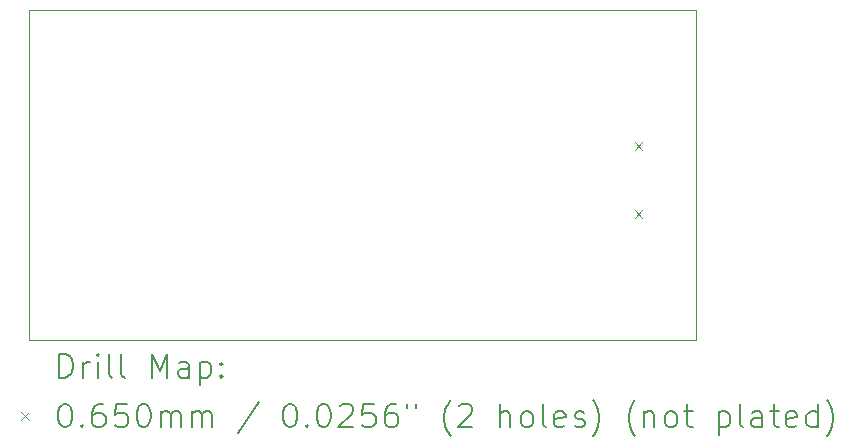
<source format=gbr>
%TF.GenerationSoftware,KiCad,Pcbnew,9.0.2*%
%TF.CreationDate,2025-11-10T16:04:40+08:00*%
%TF.ProjectId,TrlBoard,54726c42-6f61-4726-942e-6b696361645f,rev?*%
%TF.SameCoordinates,Original*%
%TF.FileFunction,Drillmap*%
%TF.FilePolarity,Positive*%
%FSLAX45Y45*%
G04 Gerber Fmt 4.5, Leading zero omitted, Abs format (unit mm)*
G04 Created by KiCad (PCBNEW 9.0.2) date 2025-11-10 16:04:40*
%MOMM*%
%LPD*%
G01*
G04 APERTURE LIST*
%ADD10C,0.050000*%
%ADD11C,0.200000*%
%ADD12C,0.100000*%
G04 APERTURE END LIST*
D10*
X19075000Y-8556000D02*
X19075000Y-8756000D01*
X13425000Y-8756000D02*
X13425000Y-5962000D01*
X18825000Y-5962000D02*
X13425000Y-5962000D01*
X19075000Y-8756000D02*
X13425000Y-8756000D01*
X19075000Y-5962000D02*
X19075000Y-8556000D01*
X18825000Y-5962000D02*
X19075000Y-5962000D01*
D11*
D12*
X18552500Y-7077600D02*
X18617500Y-7142600D01*
X18617500Y-7077600D02*
X18552500Y-7142600D01*
X18552500Y-7655600D02*
X18617500Y-7720600D01*
X18617500Y-7655600D02*
X18552500Y-7720600D01*
D11*
X13683277Y-9069984D02*
X13683277Y-8869984D01*
X13683277Y-8869984D02*
X13730896Y-8869984D01*
X13730896Y-8869984D02*
X13759467Y-8879508D01*
X13759467Y-8879508D02*
X13778515Y-8898555D01*
X13778515Y-8898555D02*
X13788039Y-8917603D01*
X13788039Y-8917603D02*
X13797562Y-8955698D01*
X13797562Y-8955698D02*
X13797562Y-8984270D01*
X13797562Y-8984270D02*
X13788039Y-9022365D01*
X13788039Y-9022365D02*
X13778515Y-9041412D01*
X13778515Y-9041412D02*
X13759467Y-9060460D01*
X13759467Y-9060460D02*
X13730896Y-9069984D01*
X13730896Y-9069984D02*
X13683277Y-9069984D01*
X13883277Y-9069984D02*
X13883277Y-8936650D01*
X13883277Y-8974746D02*
X13892801Y-8955698D01*
X13892801Y-8955698D02*
X13902324Y-8946174D01*
X13902324Y-8946174D02*
X13921372Y-8936650D01*
X13921372Y-8936650D02*
X13940420Y-8936650D01*
X14007086Y-9069984D02*
X14007086Y-8936650D01*
X14007086Y-8869984D02*
X13997562Y-8879508D01*
X13997562Y-8879508D02*
X14007086Y-8889031D01*
X14007086Y-8889031D02*
X14016610Y-8879508D01*
X14016610Y-8879508D02*
X14007086Y-8869984D01*
X14007086Y-8869984D02*
X14007086Y-8889031D01*
X14130896Y-9069984D02*
X14111848Y-9060460D01*
X14111848Y-9060460D02*
X14102324Y-9041412D01*
X14102324Y-9041412D02*
X14102324Y-8869984D01*
X14235658Y-9069984D02*
X14216610Y-9060460D01*
X14216610Y-9060460D02*
X14207086Y-9041412D01*
X14207086Y-9041412D02*
X14207086Y-8869984D01*
X14464229Y-9069984D02*
X14464229Y-8869984D01*
X14464229Y-8869984D02*
X14530896Y-9012841D01*
X14530896Y-9012841D02*
X14597562Y-8869984D01*
X14597562Y-8869984D02*
X14597562Y-9069984D01*
X14778515Y-9069984D02*
X14778515Y-8965222D01*
X14778515Y-8965222D02*
X14768991Y-8946174D01*
X14768991Y-8946174D02*
X14749943Y-8936650D01*
X14749943Y-8936650D02*
X14711848Y-8936650D01*
X14711848Y-8936650D02*
X14692801Y-8946174D01*
X14778515Y-9060460D02*
X14759467Y-9069984D01*
X14759467Y-9069984D02*
X14711848Y-9069984D01*
X14711848Y-9069984D02*
X14692801Y-9060460D01*
X14692801Y-9060460D02*
X14683277Y-9041412D01*
X14683277Y-9041412D02*
X14683277Y-9022365D01*
X14683277Y-9022365D02*
X14692801Y-9003317D01*
X14692801Y-9003317D02*
X14711848Y-8993793D01*
X14711848Y-8993793D02*
X14759467Y-8993793D01*
X14759467Y-8993793D02*
X14778515Y-8984270D01*
X14873753Y-8936650D02*
X14873753Y-9136650D01*
X14873753Y-8946174D02*
X14892801Y-8936650D01*
X14892801Y-8936650D02*
X14930896Y-8936650D01*
X14930896Y-8936650D02*
X14949943Y-8946174D01*
X14949943Y-8946174D02*
X14959467Y-8955698D01*
X14959467Y-8955698D02*
X14968991Y-8974746D01*
X14968991Y-8974746D02*
X14968991Y-9031889D01*
X14968991Y-9031889D02*
X14959467Y-9050936D01*
X14959467Y-9050936D02*
X14949943Y-9060460D01*
X14949943Y-9060460D02*
X14930896Y-9069984D01*
X14930896Y-9069984D02*
X14892801Y-9069984D01*
X14892801Y-9069984D02*
X14873753Y-9060460D01*
X15054705Y-9050936D02*
X15064229Y-9060460D01*
X15064229Y-9060460D02*
X15054705Y-9069984D01*
X15054705Y-9069984D02*
X15045182Y-9060460D01*
X15045182Y-9060460D02*
X15054705Y-9050936D01*
X15054705Y-9050936D02*
X15054705Y-9069984D01*
X15054705Y-8946174D02*
X15064229Y-8955698D01*
X15064229Y-8955698D02*
X15054705Y-8965222D01*
X15054705Y-8965222D02*
X15045182Y-8955698D01*
X15045182Y-8955698D02*
X15054705Y-8946174D01*
X15054705Y-8946174D02*
X15054705Y-8965222D01*
D12*
X13357500Y-9366000D02*
X13422500Y-9431000D01*
X13422500Y-9366000D02*
X13357500Y-9431000D01*
D11*
X13721372Y-9289984D02*
X13740420Y-9289984D01*
X13740420Y-9289984D02*
X13759467Y-9299508D01*
X13759467Y-9299508D02*
X13768991Y-9309031D01*
X13768991Y-9309031D02*
X13778515Y-9328079D01*
X13778515Y-9328079D02*
X13788039Y-9366174D01*
X13788039Y-9366174D02*
X13788039Y-9413793D01*
X13788039Y-9413793D02*
X13778515Y-9451889D01*
X13778515Y-9451889D02*
X13768991Y-9470936D01*
X13768991Y-9470936D02*
X13759467Y-9480460D01*
X13759467Y-9480460D02*
X13740420Y-9489984D01*
X13740420Y-9489984D02*
X13721372Y-9489984D01*
X13721372Y-9489984D02*
X13702324Y-9480460D01*
X13702324Y-9480460D02*
X13692801Y-9470936D01*
X13692801Y-9470936D02*
X13683277Y-9451889D01*
X13683277Y-9451889D02*
X13673753Y-9413793D01*
X13673753Y-9413793D02*
X13673753Y-9366174D01*
X13673753Y-9366174D02*
X13683277Y-9328079D01*
X13683277Y-9328079D02*
X13692801Y-9309031D01*
X13692801Y-9309031D02*
X13702324Y-9299508D01*
X13702324Y-9299508D02*
X13721372Y-9289984D01*
X13873753Y-9470936D02*
X13883277Y-9480460D01*
X13883277Y-9480460D02*
X13873753Y-9489984D01*
X13873753Y-9489984D02*
X13864229Y-9480460D01*
X13864229Y-9480460D02*
X13873753Y-9470936D01*
X13873753Y-9470936D02*
X13873753Y-9489984D01*
X14054705Y-9289984D02*
X14016610Y-9289984D01*
X14016610Y-9289984D02*
X13997562Y-9299508D01*
X13997562Y-9299508D02*
X13988039Y-9309031D01*
X13988039Y-9309031D02*
X13968991Y-9337603D01*
X13968991Y-9337603D02*
X13959467Y-9375698D01*
X13959467Y-9375698D02*
X13959467Y-9451889D01*
X13959467Y-9451889D02*
X13968991Y-9470936D01*
X13968991Y-9470936D02*
X13978515Y-9480460D01*
X13978515Y-9480460D02*
X13997562Y-9489984D01*
X13997562Y-9489984D02*
X14035658Y-9489984D01*
X14035658Y-9489984D02*
X14054705Y-9480460D01*
X14054705Y-9480460D02*
X14064229Y-9470936D01*
X14064229Y-9470936D02*
X14073753Y-9451889D01*
X14073753Y-9451889D02*
X14073753Y-9404270D01*
X14073753Y-9404270D02*
X14064229Y-9385222D01*
X14064229Y-9385222D02*
X14054705Y-9375698D01*
X14054705Y-9375698D02*
X14035658Y-9366174D01*
X14035658Y-9366174D02*
X13997562Y-9366174D01*
X13997562Y-9366174D02*
X13978515Y-9375698D01*
X13978515Y-9375698D02*
X13968991Y-9385222D01*
X13968991Y-9385222D02*
X13959467Y-9404270D01*
X14254705Y-9289984D02*
X14159467Y-9289984D01*
X14159467Y-9289984D02*
X14149943Y-9385222D01*
X14149943Y-9385222D02*
X14159467Y-9375698D01*
X14159467Y-9375698D02*
X14178515Y-9366174D01*
X14178515Y-9366174D02*
X14226134Y-9366174D01*
X14226134Y-9366174D02*
X14245182Y-9375698D01*
X14245182Y-9375698D02*
X14254705Y-9385222D01*
X14254705Y-9385222D02*
X14264229Y-9404270D01*
X14264229Y-9404270D02*
X14264229Y-9451889D01*
X14264229Y-9451889D02*
X14254705Y-9470936D01*
X14254705Y-9470936D02*
X14245182Y-9480460D01*
X14245182Y-9480460D02*
X14226134Y-9489984D01*
X14226134Y-9489984D02*
X14178515Y-9489984D01*
X14178515Y-9489984D02*
X14159467Y-9480460D01*
X14159467Y-9480460D02*
X14149943Y-9470936D01*
X14388039Y-9289984D02*
X14407086Y-9289984D01*
X14407086Y-9289984D02*
X14426134Y-9299508D01*
X14426134Y-9299508D02*
X14435658Y-9309031D01*
X14435658Y-9309031D02*
X14445182Y-9328079D01*
X14445182Y-9328079D02*
X14454705Y-9366174D01*
X14454705Y-9366174D02*
X14454705Y-9413793D01*
X14454705Y-9413793D02*
X14445182Y-9451889D01*
X14445182Y-9451889D02*
X14435658Y-9470936D01*
X14435658Y-9470936D02*
X14426134Y-9480460D01*
X14426134Y-9480460D02*
X14407086Y-9489984D01*
X14407086Y-9489984D02*
X14388039Y-9489984D01*
X14388039Y-9489984D02*
X14368991Y-9480460D01*
X14368991Y-9480460D02*
X14359467Y-9470936D01*
X14359467Y-9470936D02*
X14349943Y-9451889D01*
X14349943Y-9451889D02*
X14340420Y-9413793D01*
X14340420Y-9413793D02*
X14340420Y-9366174D01*
X14340420Y-9366174D02*
X14349943Y-9328079D01*
X14349943Y-9328079D02*
X14359467Y-9309031D01*
X14359467Y-9309031D02*
X14368991Y-9299508D01*
X14368991Y-9299508D02*
X14388039Y-9289984D01*
X14540420Y-9489984D02*
X14540420Y-9356650D01*
X14540420Y-9375698D02*
X14549943Y-9366174D01*
X14549943Y-9366174D02*
X14568991Y-9356650D01*
X14568991Y-9356650D02*
X14597563Y-9356650D01*
X14597563Y-9356650D02*
X14616610Y-9366174D01*
X14616610Y-9366174D02*
X14626134Y-9385222D01*
X14626134Y-9385222D02*
X14626134Y-9489984D01*
X14626134Y-9385222D02*
X14635658Y-9366174D01*
X14635658Y-9366174D02*
X14654705Y-9356650D01*
X14654705Y-9356650D02*
X14683277Y-9356650D01*
X14683277Y-9356650D02*
X14702324Y-9366174D01*
X14702324Y-9366174D02*
X14711848Y-9385222D01*
X14711848Y-9385222D02*
X14711848Y-9489984D01*
X14807086Y-9489984D02*
X14807086Y-9356650D01*
X14807086Y-9375698D02*
X14816610Y-9366174D01*
X14816610Y-9366174D02*
X14835658Y-9356650D01*
X14835658Y-9356650D02*
X14864229Y-9356650D01*
X14864229Y-9356650D02*
X14883277Y-9366174D01*
X14883277Y-9366174D02*
X14892801Y-9385222D01*
X14892801Y-9385222D02*
X14892801Y-9489984D01*
X14892801Y-9385222D02*
X14902324Y-9366174D01*
X14902324Y-9366174D02*
X14921372Y-9356650D01*
X14921372Y-9356650D02*
X14949943Y-9356650D01*
X14949943Y-9356650D02*
X14968991Y-9366174D01*
X14968991Y-9366174D02*
X14978515Y-9385222D01*
X14978515Y-9385222D02*
X14978515Y-9489984D01*
X15368991Y-9280460D02*
X15197563Y-9537603D01*
X15626134Y-9289984D02*
X15645182Y-9289984D01*
X15645182Y-9289984D02*
X15664229Y-9299508D01*
X15664229Y-9299508D02*
X15673753Y-9309031D01*
X15673753Y-9309031D02*
X15683277Y-9328079D01*
X15683277Y-9328079D02*
X15692801Y-9366174D01*
X15692801Y-9366174D02*
X15692801Y-9413793D01*
X15692801Y-9413793D02*
X15683277Y-9451889D01*
X15683277Y-9451889D02*
X15673753Y-9470936D01*
X15673753Y-9470936D02*
X15664229Y-9480460D01*
X15664229Y-9480460D02*
X15645182Y-9489984D01*
X15645182Y-9489984D02*
X15626134Y-9489984D01*
X15626134Y-9489984D02*
X15607086Y-9480460D01*
X15607086Y-9480460D02*
X15597563Y-9470936D01*
X15597563Y-9470936D02*
X15588039Y-9451889D01*
X15588039Y-9451889D02*
X15578515Y-9413793D01*
X15578515Y-9413793D02*
X15578515Y-9366174D01*
X15578515Y-9366174D02*
X15588039Y-9328079D01*
X15588039Y-9328079D02*
X15597563Y-9309031D01*
X15597563Y-9309031D02*
X15607086Y-9299508D01*
X15607086Y-9299508D02*
X15626134Y-9289984D01*
X15778515Y-9470936D02*
X15788039Y-9480460D01*
X15788039Y-9480460D02*
X15778515Y-9489984D01*
X15778515Y-9489984D02*
X15768991Y-9480460D01*
X15768991Y-9480460D02*
X15778515Y-9470936D01*
X15778515Y-9470936D02*
X15778515Y-9489984D01*
X15911848Y-9289984D02*
X15930896Y-9289984D01*
X15930896Y-9289984D02*
X15949944Y-9299508D01*
X15949944Y-9299508D02*
X15959467Y-9309031D01*
X15959467Y-9309031D02*
X15968991Y-9328079D01*
X15968991Y-9328079D02*
X15978515Y-9366174D01*
X15978515Y-9366174D02*
X15978515Y-9413793D01*
X15978515Y-9413793D02*
X15968991Y-9451889D01*
X15968991Y-9451889D02*
X15959467Y-9470936D01*
X15959467Y-9470936D02*
X15949944Y-9480460D01*
X15949944Y-9480460D02*
X15930896Y-9489984D01*
X15930896Y-9489984D02*
X15911848Y-9489984D01*
X15911848Y-9489984D02*
X15892801Y-9480460D01*
X15892801Y-9480460D02*
X15883277Y-9470936D01*
X15883277Y-9470936D02*
X15873753Y-9451889D01*
X15873753Y-9451889D02*
X15864229Y-9413793D01*
X15864229Y-9413793D02*
X15864229Y-9366174D01*
X15864229Y-9366174D02*
X15873753Y-9328079D01*
X15873753Y-9328079D02*
X15883277Y-9309031D01*
X15883277Y-9309031D02*
X15892801Y-9299508D01*
X15892801Y-9299508D02*
X15911848Y-9289984D01*
X16054706Y-9309031D02*
X16064229Y-9299508D01*
X16064229Y-9299508D02*
X16083277Y-9289984D01*
X16083277Y-9289984D02*
X16130896Y-9289984D01*
X16130896Y-9289984D02*
X16149944Y-9299508D01*
X16149944Y-9299508D02*
X16159467Y-9309031D01*
X16159467Y-9309031D02*
X16168991Y-9328079D01*
X16168991Y-9328079D02*
X16168991Y-9347127D01*
X16168991Y-9347127D02*
X16159467Y-9375698D01*
X16159467Y-9375698D02*
X16045182Y-9489984D01*
X16045182Y-9489984D02*
X16168991Y-9489984D01*
X16349944Y-9289984D02*
X16254706Y-9289984D01*
X16254706Y-9289984D02*
X16245182Y-9385222D01*
X16245182Y-9385222D02*
X16254706Y-9375698D01*
X16254706Y-9375698D02*
X16273753Y-9366174D01*
X16273753Y-9366174D02*
X16321372Y-9366174D01*
X16321372Y-9366174D02*
X16340420Y-9375698D01*
X16340420Y-9375698D02*
X16349944Y-9385222D01*
X16349944Y-9385222D02*
X16359467Y-9404270D01*
X16359467Y-9404270D02*
X16359467Y-9451889D01*
X16359467Y-9451889D02*
X16349944Y-9470936D01*
X16349944Y-9470936D02*
X16340420Y-9480460D01*
X16340420Y-9480460D02*
X16321372Y-9489984D01*
X16321372Y-9489984D02*
X16273753Y-9489984D01*
X16273753Y-9489984D02*
X16254706Y-9480460D01*
X16254706Y-9480460D02*
X16245182Y-9470936D01*
X16530896Y-9289984D02*
X16492801Y-9289984D01*
X16492801Y-9289984D02*
X16473753Y-9299508D01*
X16473753Y-9299508D02*
X16464229Y-9309031D01*
X16464229Y-9309031D02*
X16445182Y-9337603D01*
X16445182Y-9337603D02*
X16435658Y-9375698D01*
X16435658Y-9375698D02*
X16435658Y-9451889D01*
X16435658Y-9451889D02*
X16445182Y-9470936D01*
X16445182Y-9470936D02*
X16454706Y-9480460D01*
X16454706Y-9480460D02*
X16473753Y-9489984D01*
X16473753Y-9489984D02*
X16511848Y-9489984D01*
X16511848Y-9489984D02*
X16530896Y-9480460D01*
X16530896Y-9480460D02*
X16540420Y-9470936D01*
X16540420Y-9470936D02*
X16549944Y-9451889D01*
X16549944Y-9451889D02*
X16549944Y-9404270D01*
X16549944Y-9404270D02*
X16540420Y-9385222D01*
X16540420Y-9385222D02*
X16530896Y-9375698D01*
X16530896Y-9375698D02*
X16511848Y-9366174D01*
X16511848Y-9366174D02*
X16473753Y-9366174D01*
X16473753Y-9366174D02*
X16454706Y-9375698D01*
X16454706Y-9375698D02*
X16445182Y-9385222D01*
X16445182Y-9385222D02*
X16435658Y-9404270D01*
X16626134Y-9289984D02*
X16626134Y-9328079D01*
X16702325Y-9289984D02*
X16702325Y-9328079D01*
X16997563Y-9566174D02*
X16988039Y-9556650D01*
X16988039Y-9556650D02*
X16968991Y-9528079D01*
X16968991Y-9528079D02*
X16959468Y-9509031D01*
X16959468Y-9509031D02*
X16949944Y-9480460D01*
X16949944Y-9480460D02*
X16940420Y-9432841D01*
X16940420Y-9432841D02*
X16940420Y-9394746D01*
X16940420Y-9394746D02*
X16949944Y-9347127D01*
X16949944Y-9347127D02*
X16959468Y-9318555D01*
X16959468Y-9318555D02*
X16968991Y-9299508D01*
X16968991Y-9299508D02*
X16988039Y-9270936D01*
X16988039Y-9270936D02*
X16997563Y-9261412D01*
X17064230Y-9309031D02*
X17073753Y-9299508D01*
X17073753Y-9299508D02*
X17092801Y-9289984D01*
X17092801Y-9289984D02*
X17140420Y-9289984D01*
X17140420Y-9289984D02*
X17159468Y-9299508D01*
X17159468Y-9299508D02*
X17168991Y-9309031D01*
X17168991Y-9309031D02*
X17178515Y-9328079D01*
X17178515Y-9328079D02*
X17178515Y-9347127D01*
X17178515Y-9347127D02*
X17168991Y-9375698D01*
X17168991Y-9375698D02*
X17054706Y-9489984D01*
X17054706Y-9489984D02*
X17178515Y-9489984D01*
X17416611Y-9489984D02*
X17416611Y-9289984D01*
X17502325Y-9489984D02*
X17502325Y-9385222D01*
X17502325Y-9385222D02*
X17492801Y-9366174D01*
X17492801Y-9366174D02*
X17473753Y-9356650D01*
X17473753Y-9356650D02*
X17445182Y-9356650D01*
X17445182Y-9356650D02*
X17426134Y-9366174D01*
X17426134Y-9366174D02*
X17416611Y-9375698D01*
X17626134Y-9489984D02*
X17607087Y-9480460D01*
X17607087Y-9480460D02*
X17597563Y-9470936D01*
X17597563Y-9470936D02*
X17588039Y-9451889D01*
X17588039Y-9451889D02*
X17588039Y-9394746D01*
X17588039Y-9394746D02*
X17597563Y-9375698D01*
X17597563Y-9375698D02*
X17607087Y-9366174D01*
X17607087Y-9366174D02*
X17626134Y-9356650D01*
X17626134Y-9356650D02*
X17654706Y-9356650D01*
X17654706Y-9356650D02*
X17673753Y-9366174D01*
X17673753Y-9366174D02*
X17683277Y-9375698D01*
X17683277Y-9375698D02*
X17692801Y-9394746D01*
X17692801Y-9394746D02*
X17692801Y-9451889D01*
X17692801Y-9451889D02*
X17683277Y-9470936D01*
X17683277Y-9470936D02*
X17673753Y-9480460D01*
X17673753Y-9480460D02*
X17654706Y-9489984D01*
X17654706Y-9489984D02*
X17626134Y-9489984D01*
X17807087Y-9489984D02*
X17788039Y-9480460D01*
X17788039Y-9480460D02*
X17778515Y-9461412D01*
X17778515Y-9461412D02*
X17778515Y-9289984D01*
X17959468Y-9480460D02*
X17940420Y-9489984D01*
X17940420Y-9489984D02*
X17902325Y-9489984D01*
X17902325Y-9489984D02*
X17883277Y-9480460D01*
X17883277Y-9480460D02*
X17873753Y-9461412D01*
X17873753Y-9461412D02*
X17873753Y-9385222D01*
X17873753Y-9385222D02*
X17883277Y-9366174D01*
X17883277Y-9366174D02*
X17902325Y-9356650D01*
X17902325Y-9356650D02*
X17940420Y-9356650D01*
X17940420Y-9356650D02*
X17959468Y-9366174D01*
X17959468Y-9366174D02*
X17968992Y-9385222D01*
X17968992Y-9385222D02*
X17968992Y-9404270D01*
X17968992Y-9404270D02*
X17873753Y-9423317D01*
X18045182Y-9480460D02*
X18064230Y-9489984D01*
X18064230Y-9489984D02*
X18102325Y-9489984D01*
X18102325Y-9489984D02*
X18121373Y-9480460D01*
X18121373Y-9480460D02*
X18130896Y-9461412D01*
X18130896Y-9461412D02*
X18130896Y-9451889D01*
X18130896Y-9451889D02*
X18121373Y-9432841D01*
X18121373Y-9432841D02*
X18102325Y-9423317D01*
X18102325Y-9423317D02*
X18073753Y-9423317D01*
X18073753Y-9423317D02*
X18054706Y-9413793D01*
X18054706Y-9413793D02*
X18045182Y-9394746D01*
X18045182Y-9394746D02*
X18045182Y-9385222D01*
X18045182Y-9385222D02*
X18054706Y-9366174D01*
X18054706Y-9366174D02*
X18073753Y-9356650D01*
X18073753Y-9356650D02*
X18102325Y-9356650D01*
X18102325Y-9356650D02*
X18121373Y-9366174D01*
X18197563Y-9566174D02*
X18207087Y-9556650D01*
X18207087Y-9556650D02*
X18226134Y-9528079D01*
X18226134Y-9528079D02*
X18235658Y-9509031D01*
X18235658Y-9509031D02*
X18245182Y-9480460D01*
X18245182Y-9480460D02*
X18254706Y-9432841D01*
X18254706Y-9432841D02*
X18254706Y-9394746D01*
X18254706Y-9394746D02*
X18245182Y-9347127D01*
X18245182Y-9347127D02*
X18235658Y-9318555D01*
X18235658Y-9318555D02*
X18226134Y-9299508D01*
X18226134Y-9299508D02*
X18207087Y-9270936D01*
X18207087Y-9270936D02*
X18197563Y-9261412D01*
X18559468Y-9566174D02*
X18549944Y-9556650D01*
X18549944Y-9556650D02*
X18530896Y-9528079D01*
X18530896Y-9528079D02*
X18521373Y-9509031D01*
X18521373Y-9509031D02*
X18511849Y-9480460D01*
X18511849Y-9480460D02*
X18502325Y-9432841D01*
X18502325Y-9432841D02*
X18502325Y-9394746D01*
X18502325Y-9394746D02*
X18511849Y-9347127D01*
X18511849Y-9347127D02*
X18521373Y-9318555D01*
X18521373Y-9318555D02*
X18530896Y-9299508D01*
X18530896Y-9299508D02*
X18549944Y-9270936D01*
X18549944Y-9270936D02*
X18559468Y-9261412D01*
X18635658Y-9356650D02*
X18635658Y-9489984D01*
X18635658Y-9375698D02*
X18645182Y-9366174D01*
X18645182Y-9366174D02*
X18664230Y-9356650D01*
X18664230Y-9356650D02*
X18692801Y-9356650D01*
X18692801Y-9356650D02*
X18711849Y-9366174D01*
X18711849Y-9366174D02*
X18721373Y-9385222D01*
X18721373Y-9385222D02*
X18721373Y-9489984D01*
X18845182Y-9489984D02*
X18826134Y-9480460D01*
X18826134Y-9480460D02*
X18816611Y-9470936D01*
X18816611Y-9470936D02*
X18807087Y-9451889D01*
X18807087Y-9451889D02*
X18807087Y-9394746D01*
X18807087Y-9394746D02*
X18816611Y-9375698D01*
X18816611Y-9375698D02*
X18826134Y-9366174D01*
X18826134Y-9366174D02*
X18845182Y-9356650D01*
X18845182Y-9356650D02*
X18873754Y-9356650D01*
X18873754Y-9356650D02*
X18892801Y-9366174D01*
X18892801Y-9366174D02*
X18902325Y-9375698D01*
X18902325Y-9375698D02*
X18911849Y-9394746D01*
X18911849Y-9394746D02*
X18911849Y-9451889D01*
X18911849Y-9451889D02*
X18902325Y-9470936D01*
X18902325Y-9470936D02*
X18892801Y-9480460D01*
X18892801Y-9480460D02*
X18873754Y-9489984D01*
X18873754Y-9489984D02*
X18845182Y-9489984D01*
X18968992Y-9356650D02*
X19045182Y-9356650D01*
X18997563Y-9289984D02*
X18997563Y-9461412D01*
X18997563Y-9461412D02*
X19007087Y-9480460D01*
X19007087Y-9480460D02*
X19026134Y-9489984D01*
X19026134Y-9489984D02*
X19045182Y-9489984D01*
X19264230Y-9356650D02*
X19264230Y-9556650D01*
X19264230Y-9366174D02*
X19283277Y-9356650D01*
X19283277Y-9356650D02*
X19321373Y-9356650D01*
X19321373Y-9356650D02*
X19340420Y-9366174D01*
X19340420Y-9366174D02*
X19349944Y-9375698D01*
X19349944Y-9375698D02*
X19359468Y-9394746D01*
X19359468Y-9394746D02*
X19359468Y-9451889D01*
X19359468Y-9451889D02*
X19349944Y-9470936D01*
X19349944Y-9470936D02*
X19340420Y-9480460D01*
X19340420Y-9480460D02*
X19321373Y-9489984D01*
X19321373Y-9489984D02*
X19283277Y-9489984D01*
X19283277Y-9489984D02*
X19264230Y-9480460D01*
X19473754Y-9489984D02*
X19454706Y-9480460D01*
X19454706Y-9480460D02*
X19445182Y-9461412D01*
X19445182Y-9461412D02*
X19445182Y-9289984D01*
X19635658Y-9489984D02*
X19635658Y-9385222D01*
X19635658Y-9385222D02*
X19626135Y-9366174D01*
X19626135Y-9366174D02*
X19607087Y-9356650D01*
X19607087Y-9356650D02*
X19568992Y-9356650D01*
X19568992Y-9356650D02*
X19549944Y-9366174D01*
X19635658Y-9480460D02*
X19616611Y-9489984D01*
X19616611Y-9489984D02*
X19568992Y-9489984D01*
X19568992Y-9489984D02*
X19549944Y-9480460D01*
X19549944Y-9480460D02*
X19540420Y-9461412D01*
X19540420Y-9461412D02*
X19540420Y-9442365D01*
X19540420Y-9442365D02*
X19549944Y-9423317D01*
X19549944Y-9423317D02*
X19568992Y-9413793D01*
X19568992Y-9413793D02*
X19616611Y-9413793D01*
X19616611Y-9413793D02*
X19635658Y-9404270D01*
X19702325Y-9356650D02*
X19778515Y-9356650D01*
X19730896Y-9289984D02*
X19730896Y-9461412D01*
X19730896Y-9461412D02*
X19740420Y-9480460D01*
X19740420Y-9480460D02*
X19759468Y-9489984D01*
X19759468Y-9489984D02*
X19778515Y-9489984D01*
X19921373Y-9480460D02*
X19902325Y-9489984D01*
X19902325Y-9489984D02*
X19864230Y-9489984D01*
X19864230Y-9489984D02*
X19845182Y-9480460D01*
X19845182Y-9480460D02*
X19835658Y-9461412D01*
X19835658Y-9461412D02*
X19835658Y-9385222D01*
X19835658Y-9385222D02*
X19845182Y-9366174D01*
X19845182Y-9366174D02*
X19864230Y-9356650D01*
X19864230Y-9356650D02*
X19902325Y-9356650D01*
X19902325Y-9356650D02*
X19921373Y-9366174D01*
X19921373Y-9366174D02*
X19930896Y-9385222D01*
X19930896Y-9385222D02*
X19930896Y-9404270D01*
X19930896Y-9404270D02*
X19835658Y-9423317D01*
X20102325Y-9489984D02*
X20102325Y-9289984D01*
X20102325Y-9480460D02*
X20083277Y-9489984D01*
X20083277Y-9489984D02*
X20045182Y-9489984D01*
X20045182Y-9489984D02*
X20026135Y-9480460D01*
X20026135Y-9480460D02*
X20016611Y-9470936D01*
X20016611Y-9470936D02*
X20007087Y-9451889D01*
X20007087Y-9451889D02*
X20007087Y-9394746D01*
X20007087Y-9394746D02*
X20016611Y-9375698D01*
X20016611Y-9375698D02*
X20026135Y-9366174D01*
X20026135Y-9366174D02*
X20045182Y-9356650D01*
X20045182Y-9356650D02*
X20083277Y-9356650D01*
X20083277Y-9356650D02*
X20102325Y-9366174D01*
X20178516Y-9566174D02*
X20188039Y-9556650D01*
X20188039Y-9556650D02*
X20207087Y-9528079D01*
X20207087Y-9528079D02*
X20216611Y-9509031D01*
X20216611Y-9509031D02*
X20226135Y-9480460D01*
X20226135Y-9480460D02*
X20235658Y-9432841D01*
X20235658Y-9432841D02*
X20235658Y-9394746D01*
X20235658Y-9394746D02*
X20226135Y-9347127D01*
X20226135Y-9347127D02*
X20216611Y-9318555D01*
X20216611Y-9318555D02*
X20207087Y-9299508D01*
X20207087Y-9299508D02*
X20188039Y-9270936D01*
X20188039Y-9270936D02*
X20178516Y-9261412D01*
M02*

</source>
